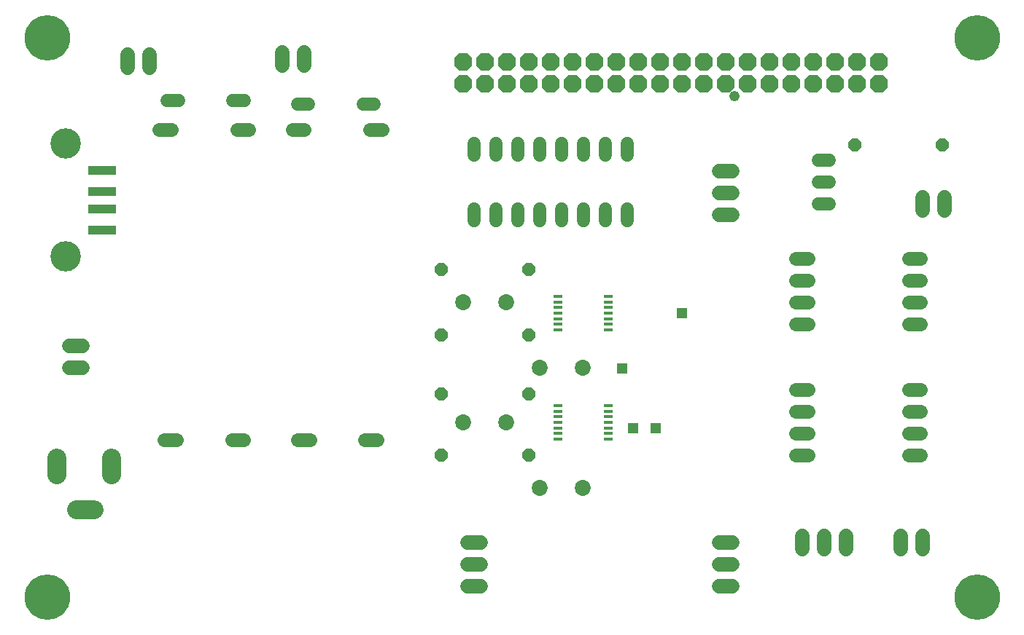
<source format=gts>
G75*
%MOIN*%
%OFA0B0*%
%FSLAX25Y25*%
%IPPOS*%
%LPD*%
%AMOC8*
5,1,8,0,0,1.08239X$1,22.5*
%
%ADD10C,0.20800*%
%ADD11C,0.07300*%
%ADD12C,0.06000*%
%ADD13C,0.06800*%
%ADD14R,0.03937X0.01772*%
%ADD15C,0.08674*%
%ADD16OC8,0.08200*%
%ADD17C,0.06343*%
%ADD18OC8,0.06000*%
%ADD19C,0.13900*%
%ADD20R,0.12611X0.04343*%
%ADD21R,0.04762X0.04762*%
%ADD22C,0.04800*%
D10*
X0033800Y0016000D03*
X0033800Y0272000D03*
X0458800Y0272000D03*
X0458800Y0016000D03*
D11*
X0278643Y0066000D03*
X0258957Y0066000D03*
X0243643Y0096000D03*
X0223957Y0096000D03*
X0258957Y0121000D03*
X0278643Y0121000D03*
X0243443Y0151000D03*
X0223757Y0151000D03*
D12*
X0228800Y0188400D02*
X0228800Y0193600D01*
X0238800Y0193600D02*
X0238800Y0188400D01*
X0248800Y0188400D02*
X0248800Y0193600D01*
X0258800Y0193600D02*
X0258800Y0188400D01*
X0268800Y0188400D02*
X0268800Y0193600D01*
X0278800Y0193600D02*
X0278800Y0188400D01*
X0288800Y0188400D02*
X0288800Y0193600D01*
X0298800Y0193600D02*
X0298800Y0188400D01*
X0298800Y0218400D02*
X0298800Y0223600D01*
X0288800Y0223600D02*
X0288800Y0218400D01*
X0278800Y0218400D02*
X0278800Y0223600D01*
X0268800Y0223600D02*
X0268800Y0218400D01*
X0258800Y0218400D02*
X0258800Y0223600D01*
X0248800Y0223600D02*
X0248800Y0218400D01*
X0238800Y0218400D02*
X0238800Y0223600D01*
X0228800Y0223600D02*
X0228800Y0218400D01*
X0183400Y0241800D02*
X0178200Y0241800D01*
X0153400Y0241800D02*
X0148200Y0241800D01*
X0123900Y0243500D02*
X0118700Y0243500D01*
X0093900Y0243500D02*
X0088700Y0243500D01*
X0386200Y0216000D02*
X0391400Y0216000D01*
X0391400Y0206000D02*
X0386200Y0206000D01*
X0386200Y0196000D02*
X0391400Y0196000D01*
D13*
X0433800Y0193000D02*
X0433800Y0199000D01*
X0443800Y0199000D02*
X0443800Y0193000D01*
X0346800Y0191000D02*
X0340800Y0191000D01*
X0340800Y0201000D02*
X0346800Y0201000D01*
X0346800Y0211000D02*
X0340800Y0211000D01*
X0151200Y0259400D02*
X0151200Y0265400D01*
X0141200Y0265400D02*
X0141200Y0259400D01*
X0080700Y0258500D02*
X0080700Y0264500D01*
X0070700Y0264500D02*
X0070700Y0258500D01*
X0049800Y0131000D02*
X0043800Y0131000D01*
X0043800Y0121000D02*
X0049800Y0121000D01*
X0225900Y0041000D02*
X0231900Y0041000D01*
X0231900Y0031000D02*
X0225900Y0031000D01*
X0225900Y0021000D02*
X0231900Y0021000D01*
X0340800Y0021000D02*
X0346800Y0021000D01*
X0346800Y0031000D02*
X0340800Y0031000D01*
X0340800Y0041000D02*
X0346800Y0041000D01*
X0378800Y0038000D02*
X0378800Y0044000D01*
X0388800Y0044000D02*
X0388800Y0038000D01*
X0398800Y0038000D02*
X0398800Y0044000D01*
X0423800Y0044000D02*
X0423800Y0038000D01*
X0433800Y0038000D02*
X0433800Y0044000D01*
D14*
X0290316Y0088323D03*
X0290316Y0090882D03*
X0290316Y0093441D03*
X0290316Y0096000D03*
X0290316Y0098559D03*
X0290316Y0101118D03*
X0290316Y0103677D03*
X0267284Y0103677D03*
X0267284Y0101118D03*
X0267284Y0098559D03*
X0267284Y0096000D03*
X0267284Y0093441D03*
X0267284Y0090882D03*
X0267284Y0088323D03*
X0267284Y0138323D03*
X0267284Y0140882D03*
X0267284Y0143441D03*
X0267284Y0146000D03*
X0267284Y0148559D03*
X0267284Y0151118D03*
X0267284Y0153677D03*
X0290316Y0153677D03*
X0290316Y0151118D03*
X0290316Y0148559D03*
X0290316Y0146000D03*
X0290316Y0143441D03*
X0290316Y0140882D03*
X0290316Y0138323D03*
D15*
X0063131Y0079780D02*
X0063131Y0071906D01*
X0055257Y0056157D02*
X0047383Y0056157D01*
X0038328Y0071906D02*
X0038328Y0079780D01*
D16*
X0223800Y0251000D03*
X0233800Y0251000D03*
X0243800Y0251000D03*
X0253800Y0251000D03*
X0263800Y0251000D03*
X0273800Y0251000D03*
X0283800Y0251000D03*
X0293800Y0251000D03*
X0303800Y0251000D03*
X0313800Y0251000D03*
X0323800Y0251000D03*
X0333800Y0251000D03*
X0343800Y0251000D03*
X0353800Y0251000D03*
X0363800Y0251000D03*
X0373800Y0251000D03*
X0383800Y0251000D03*
X0393800Y0251000D03*
X0403800Y0251000D03*
X0413800Y0251000D03*
X0413800Y0261000D03*
X0403800Y0261000D03*
X0393800Y0261000D03*
X0383800Y0261000D03*
X0373800Y0261000D03*
X0363800Y0261000D03*
X0353800Y0261000D03*
X0343800Y0261000D03*
X0333800Y0261000D03*
X0323800Y0261000D03*
X0313800Y0261000D03*
X0303800Y0261000D03*
X0293800Y0261000D03*
X0283800Y0261000D03*
X0273800Y0261000D03*
X0263800Y0261000D03*
X0253800Y0261000D03*
X0243800Y0261000D03*
X0233800Y0261000D03*
X0223800Y0261000D03*
D17*
X0186943Y0230000D02*
X0181400Y0230000D01*
X0151400Y0230000D02*
X0145857Y0230000D01*
X0126043Y0229900D02*
X0120500Y0229900D01*
X0090500Y0229900D02*
X0084957Y0229900D01*
X0087357Y0087900D02*
X0092900Y0087900D01*
X0118100Y0087900D02*
X0123643Y0087900D01*
X0148257Y0088000D02*
X0153800Y0088000D01*
X0179000Y0088000D02*
X0184543Y0088000D01*
X0376028Y0091000D02*
X0381572Y0091000D01*
X0381572Y0081000D02*
X0376028Y0081000D01*
X0376028Y0101000D02*
X0381572Y0101000D01*
X0381572Y0111000D02*
X0376028Y0111000D01*
X0376028Y0141000D02*
X0381572Y0141000D01*
X0381572Y0151000D02*
X0376028Y0151000D01*
X0376028Y0161000D02*
X0381572Y0161000D01*
X0381572Y0171000D02*
X0376028Y0171000D01*
X0427528Y0171000D02*
X0433072Y0171000D01*
X0433072Y0161000D02*
X0427528Y0161000D01*
X0427528Y0151000D02*
X0433072Y0151000D01*
X0433072Y0141000D02*
X0427528Y0141000D01*
X0427528Y0111000D02*
X0433072Y0111000D01*
X0433072Y0101000D02*
X0427528Y0101000D01*
X0427528Y0091000D02*
X0433072Y0091000D01*
X0433072Y0081000D02*
X0427528Y0081000D01*
D18*
X0253800Y0081000D03*
X0213800Y0081000D03*
X0213800Y0109000D03*
X0253800Y0109000D03*
X0253800Y0136000D03*
X0213800Y0136000D03*
X0213800Y0166000D03*
X0253800Y0166000D03*
X0402800Y0223000D03*
X0442800Y0223000D03*
D19*
X0042211Y0223550D03*
X0042211Y0171850D03*
D20*
X0058794Y0183920D03*
X0058794Y0193763D03*
X0058794Y0201637D03*
X0058794Y0211480D03*
D21*
X0296600Y0120600D03*
X0301600Y0093400D03*
X0311800Y0093300D03*
X0324000Y0146100D03*
D22*
X0347800Y0245500D03*
M02*

</source>
